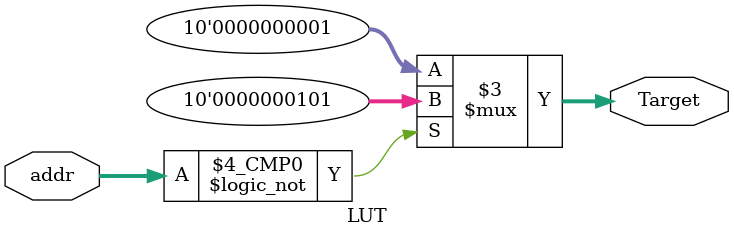
<source format=sv>
module LUT(
  input[2:0] addr,
  output logic[9:0] Target
  );

always_comb 
  case(addr)		   //-16'd30;
	3'b000: Target = 9'd5;
	default: Target = 9'd1;
  endcase

endmodule
</source>
